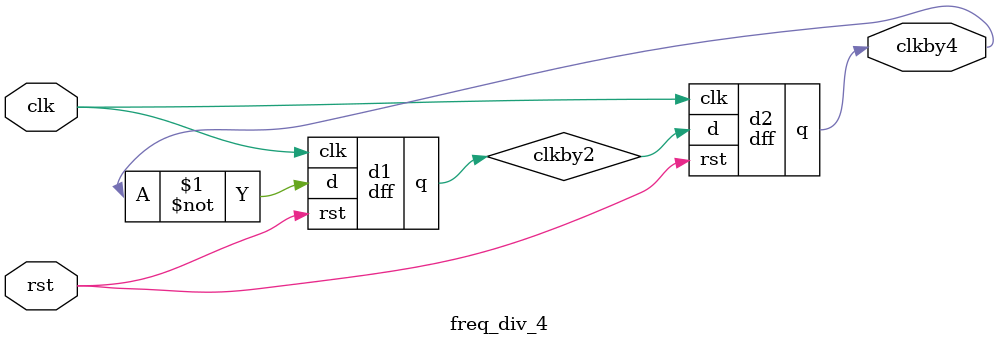
<source format=v>
module dff (clk,rst,d,q);
input clk,rst,d;
output reg q;

always @(posedge clk)
begin
if(rst)
q<=1'b0;
else
q<=d;
end
endmodule

module freq_div_4(clk,rst,clkby4);
input clk,rst;
output clkby4;
wire clkby2;

dff d1(clk,rst,~clkby4,clkby2);
dff d2(clk,rst,clkby2,clkby4);
endmodule
</source>
